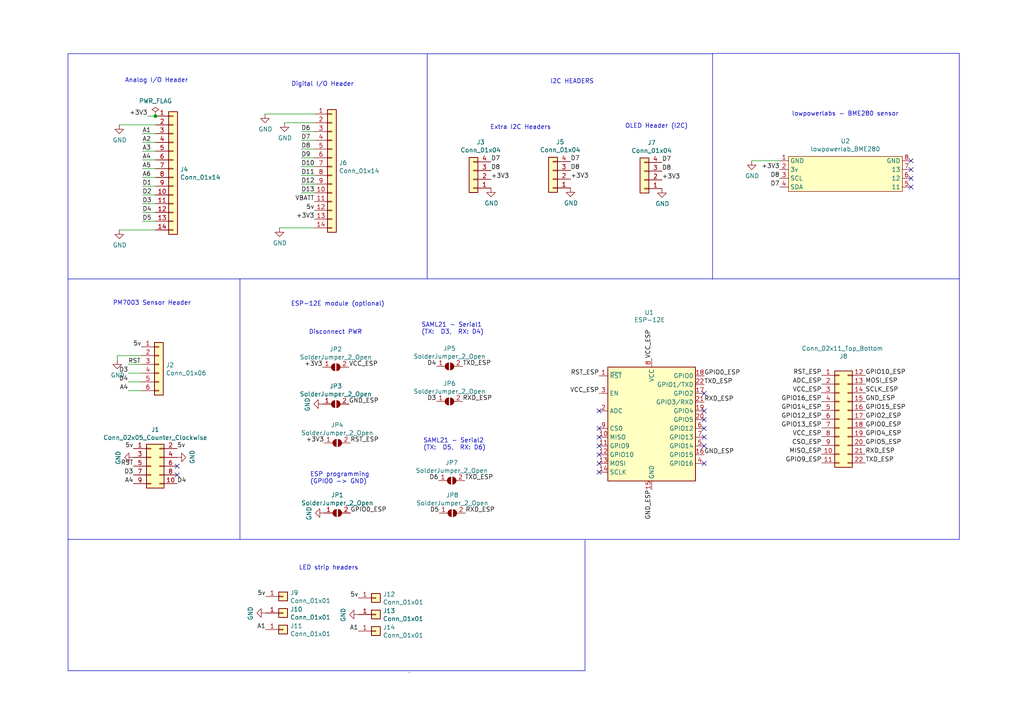
<source format=kicad_sch>
(kicad_sch (version 20230121) (generator eeschema)
  (paper "A4")
  (title_block (title "librelab::Big Dot") (date "2023-03-12") (rev "v1.3") (company "librelab") (comment 1 "License: CERN OHL-S v2, see AUTHORS and LICENSE files for details"))
  (lib_symbols
    (symbol "Connector_Generic:Conn_01x01" (pin_names (offset 1.016) hide)
      (property "Reference" "J" (at 0 2.54 0))
      (property "Value" "Conn_01x01" (at 0 -2.54 0))
      (symbol "Conn_01x01_1_1"
        (rectangle (start -1.27 0.127) (end 0 -0.127) (stroke (width 0.1524)))
        (rectangle (start -1.27 1.27) (end 1.27 -1.27) (stroke (width 0.254)) (fill (type background)))
        (pin passive line (at -5.08 0 0) (length 3.81) (name "Pin_1") (number "1"))
      )
    )
    (symbol "Connector_Generic:Conn_01x04" (pin_names (offset 1.016) hide)
      (property "Reference" "J" (at 0 5.08 0))
      (property "Value" "Conn_01x04" (at 0 -7.62 0))
      (symbol "Conn_01x04_1_1"
        (rectangle (start -1.27 -4.953) (end 0 -5.207) (stroke (width 0.1524)))
        (rectangle (start -1.27 -2.413) (end 0 -2.667) (stroke (width 0.1524)))
        (rectangle (start -1.27 0.127) (end 0 -0.127) (stroke (width 0.1524)))
        (rectangle (start -1.27 2.667) (end 0 2.413) (stroke (width 0.1524)))
        (rectangle (start -1.27 3.81) (end 1.27 -6.35) (stroke (width 0.254)) (fill (type background)))
        (pin passive line (at -5.08 2.54 0) (length 3.81) (name "Pin_1") (number "1"))
        (pin passive line (at -5.08 0 0) (length 3.81) (name "Pin_2") (number "2"))
        (pin passive line (at -5.08 -2.54 0) (length 3.81) (name "Pin_3") (number "3"))
        (pin passive line (at -5.08 -5.08 0) (length 3.81) (name "Pin_4") (number "4"))
      )
    )
    (symbol "Connector_Generic:Conn_01x06" (pin_names (offset 1.016) hide)
      (property "Reference" "J" (at 0 7.62 0))
      (property "Value" "Conn_01x06" (at 0 -10.16 0))
      (symbol "Conn_01x06_1_1"
        (rectangle (start -1.27 -7.493) (end 0 -7.747) (stroke (width 0.1524)))
        (rectangle (start -1.27 -4.953) (end 0 -5.207) (stroke (width 0.1524)))
        (rectangle (start -1.27 -2.413) (end 0 -2.667) (stroke (width 0.1524)))
        (rectangle (start -1.27 0.127) (end 0 -0.127) (stroke (width 0.1524)))
        (rectangle (start -1.27 2.667) (end 0 2.413) (stroke (width 0.1524)))
        (rectangle (start -1.27 5.207) (end 0 4.953) (stroke (width 0.1524)))
        (rectangle (start -1.27 6.35) (end 1.27 -8.89) (stroke (width 0.254)) (fill (type background)))
        (pin passive line (at -5.08 5.08 0) (length 3.81) (name "Pin_1") (number "1"))
        (pin passive line (at -5.08 2.54 0) (length 3.81) (name "Pin_2") (number "2"))
        (pin passive line (at -5.08 0 0) (length 3.81) (name "Pin_3") (number "3"))
        (pin passive line (at -5.08 -2.54 0) (length 3.81) (name "Pin_4") (number "4"))
        (pin passive line (at -5.08 -5.08 0) (length 3.81) (name "Pin_5") (number "5"))
        (pin passive line (at -5.08 -7.62 0) (length 3.81) (name "Pin_6") (number "6"))
      )
    )
    (symbol "Connector_Generic:Conn_01x14" (pin_names (offset 1.016) hide)
      (property "Reference" "J" (at 0 17.78 0))
      (property "Value" "Conn_01x14" (at 0 -20.32 0))
      (symbol "Conn_01x14_1_1"
        (rectangle (start -1.27 -17.653) (end 0 -17.907) (stroke (width 0.1524)))
        (rectangle (start -1.27 -15.113) (end 0 -15.367) (stroke (width 0.1524)))
        (rectangle (start -1.27 -12.573) (end 0 -12.827) (stroke (width 0.1524)))
        (rectangle (start -1.27 -10.033) (end 0 -10.287) (stroke (width 0.1524)))
        (rectangle (start -1.27 -7.493) (end 0 -7.747) (stroke (width 0.1524)))
        (rectangle (start -1.27 -4.953) (end 0 -5.207) (stroke (width 0.1524)))
        (rectangle (start -1.27 -2.413) (end 0 -2.667) (stroke (width 0.1524)))
        (rectangle (start -1.27 0.127) (end 0 -0.127) (stroke (width 0.1524)))
        (rectangle (start -1.27 2.667) (end 0 2.413) (stroke (width 0.1524)))
        (rectangle (start -1.27 5.207) (end 0 4.953) (stroke (width 0.1524)))
        (rectangle (start -1.27 7.747) (end 0 7.493) (stroke (width 0.1524)))
        (rectangle (start -1.27 10.287) (end 0 10.033) (stroke (width 0.1524)))
        (rectangle (start -1.27 12.827) (end 0 12.573) (stroke (width 0.1524)))
        (rectangle (start -1.27 15.367) (end 0 15.113) (stroke (width 0.1524)))
        (rectangle (start -1.27 16.51) (end 1.27 -19.05) (stroke (width 0.254)) (fill (type background)))
        (pin passive line (at -5.08 15.24 0) (length 3.81) (name "Pin_1") (number "1"))
        (pin passive line (at -5.08 -7.62 0) (length 3.81) (name "Pin_10") (number "10"))
        (pin passive line (at -5.08 -10.16 0) (length 3.81) (name "Pin_11") (number "11"))
        (pin passive line (at -5.08 -12.7 0) (length 3.81) (name "Pin_12") (number "12"))
        (pin passive line (at -5.08 -15.24 0) (length 3.81) (name "Pin_13") (number "13"))
        (pin passive line (at -5.08 -17.78 0) (length 3.81) (name "Pin_14") (number "14"))
        (pin passive line (at -5.08 12.7 0) (length 3.81) (name "Pin_2") (number "2"))
        (pin passive line (at -5.08 10.16 0) (length 3.81) (name "Pin_3") (number "3"))
        (pin passive line (at -5.08 7.62 0) (length 3.81) (name "Pin_4") (number "4"))
        (pin passive line (at -5.08 5.08 0) (length 3.81) (name "Pin_5") (number "5"))
        (pin passive line (at -5.08 2.54 0) (length 3.81) (name "Pin_6") (number "6"))
        (pin passive line (at -5.08 0 0) (length 3.81) (name "Pin_7") (number "7"))
        (pin passive line (at -5.08 -2.54 0) (length 3.81) (name "Pin_8") (number "8"))
        (pin passive line (at -5.08 -5.08 0) (length 3.81) (name "Pin_9") (number "9"))
      )
    )
    (symbol "Connector_Generic:Conn_02x05_Odd_Even" (pin_names (offset 1.016) hide)
      (property "Reference" "J" (at 1.27 7.62 0))
      (property "Value" "Conn_02x05_Odd_Even" (at 1.27 -7.62 0))
      (symbol "Conn_02x05_Odd_Even_1_1"
        (rectangle (start -1.27 -4.953) (end 0 -5.207) (stroke (width 0.1524)))
        (rectangle (start -1.27 -2.413) (end 0 -2.667) (stroke (width 0.1524)))
        (rectangle (start -1.27 0.127) (end 0 -0.127) (stroke (width 0.1524)))
        (rectangle (start -1.27 2.667) (end 0 2.413) (stroke (width 0.1524)))
        (rectangle (start -1.27 5.207) (end 0 4.953) (stroke (width 0.1524)))
        (rectangle (start -1.27 6.35) (end 3.81 -6.35) (stroke (width 0.254)) (fill (type background)))
        (rectangle (start 3.81 -4.953) (end 2.54 -5.207) (stroke (width 0.1524)))
        (rectangle (start 3.81 -2.413) (end 2.54 -2.667) (stroke (width 0.1524)))
        (rectangle (start 3.81 0.127) (end 2.54 -0.127) (stroke (width 0.1524)))
        (rectangle (start 3.81 2.667) (end 2.54 2.413) (stroke (width 0.1524)))
        (rectangle (start 3.81 5.207) (end 2.54 4.953) (stroke (width 0.1524)))
        (pin passive line (at -5.08 5.08 0) (length 3.81) (name "Pin_1") (number "1"))
        (pin passive line (at 7.62 -5.08 180) (length 3.81) (name "Pin_10") (number "10"))
        (pin passive line (at 7.62 5.08 180) (length 3.81) (name "Pin_2") (number "2"))
        (pin passive line (at -5.08 2.54 0) (length 3.81) (name "Pin_3") (number "3"))
        (pin passive line (at 7.62 2.54 180) (length 3.81) (name "Pin_4") (number "4"))
        (pin passive line (at -5.08 0 0) (length 3.81) (name "Pin_5") (number "5"))
        (pin passive line (at 7.62 0 180) (length 3.81) (name "Pin_6") (number "6"))
        (pin passive line (at -5.08 -2.54 0) (length 3.81) (name "Pin_7") (number "7"))
        (pin passive line (at 7.62 -2.54 180) (length 3.81) (name "Pin_8") (number "8"))
        (pin passive line (at -5.08 -5.08 0) (length 3.81) (name "Pin_9") (number "9"))
      )
    )
    (symbol "Connector_Generic:Conn_02x11_Top_Bottom" (pin_names (offset 1.016) hide)
      (property "Reference" "J" (at 1.27 15.24 0))
      (property "Value" "Conn_02x11_Top_Bottom" (at 1.27 -15.24 0))
      (symbol "Conn_02x11_Top_Bottom_1_1"
        (rectangle (start -1.27 -12.573) (end 0 -12.827) (stroke (width 0.1524)))
        (rectangle (start -1.27 -10.033) (end 0 -10.287) (stroke (width 0.1524)))
        (rectangle (start -1.27 -7.493) (end 0 -7.747) (stroke (width 0.1524)))
        (rectangle (start -1.27 -4.953) (end 0 -5.207) (stroke (width 0.1524)))
        (rectangle (start -1.27 -2.413) (end 0 -2.667) (stroke (width 0.1524)))
        (rectangle (start -1.27 0.127) (end 0 -0.127) (stroke (width 0.1524)))
        (rectangle (start -1.27 2.667) (end 0 2.413) (stroke (width 0.1524)))
        (rectangle (start -1.27 5.207) (end 0 4.953) (stroke (width 0.1524)))
        (rectangle (start -1.27 7.747) (end 0 7.493) (stroke (width 0.1524)))
        (rectangle (start -1.27 10.287) (end 0 10.033) (stroke (width 0.1524)))
        (rectangle (start -1.27 12.827) (end 0 12.573) (stroke (width 0.1524)))
        (rectangle (start -1.27 13.97) (end 3.81 -13.97) (stroke (width 0.254)) (fill (type background)))
        (rectangle (start 3.81 -12.573) (end 2.54 -12.827) (stroke (width 0.1524)))
        (rectangle (start 3.81 -10.033) (end 2.54 -10.287) (stroke (width 0.1524)))
        (rectangle (start 3.81 -7.493) (end 2.54 -7.747) (stroke (width 0.1524)))
        (rectangle (start 3.81 -4.953) (end 2.54 -5.207) (stroke (width 0.1524)))
        (rectangle (start 3.81 -2.413) (end 2.54 -2.667) (stroke (width 0.1524)))
        (rectangle (start 3.81 0.127) (end 2.54 -0.127) (stroke (width 0.1524)))
        (rectangle (start 3.81 2.667) (end 2.54 2.413) (stroke (width 0.1524)))
        (rectangle (start 3.81 5.207) (end 2.54 4.953) (stroke (width 0.1524)))
        (rectangle (start 3.81 7.747) (end 2.54 7.493) (stroke (width 0.1524)))
        (rectangle (start 3.81 10.287) (end 2.54 10.033) (stroke (width 0.1524)))
        (rectangle (start 3.81 12.827) (end 2.54 12.573) (stroke (width 0.1524)))
        (pin passive line (at -5.08 12.7 0) (length 3.81) (name "Pin_1") (number "1"))
        (pin passive line (at -5.08 -10.16 0) (length 3.81) (name "Pin_10") (number "10"))
        (pin passive line (at -5.08 -12.7 0) (length 3.81) (name "Pin_11") (number "11"))
        (pin passive line (at 7.62 12.7 180) (length 3.81) (name "Pin_12") (number "12"))
        (pin passive line (at 7.62 10.16 180) (length 3.81) (name "Pin_13") (number "13"))
        (pin passive line (at 7.62 7.62 180) (length 3.81) (name "Pin_14") (number "14"))
        (pin passive line (at 7.62 5.08 180) (length 3.81) (name "Pin_15") (number "15"))
        (pin passive line (at 7.62 2.54 180) (length 3.81) (name "Pin_16") (number "16"))
        (pin passive line (at 7.62 0 180) (length 3.81) (name "Pin_17") (number "17"))
        (pin passive line (at 7.62 -2.54 180) (length 3.81) (name "Pin_18") (number "18"))
        (pin passive line (at 7.62 -5.08 180) (length 3.81) (name "Pin_19") (number "19"))
        (pin passive line (at -5.08 10.16 0) (length 3.81) (name "Pin_2") (number "2"))
        (pin passive line (at 7.62 -7.62 180) (length 3.81) (name "Pin_20") (number "20"))
        (pin passive line (at 7.62 -10.16 180) (length 3.81) (name "Pin_21") (number "21"))
        (pin passive line (at 7.62 -12.7 180) (length 3.81) (name "Pin_22") (number "22"))
        (pin passive line (at -5.08 7.62 0) (length 3.81) (name "Pin_3") (number "3"))
        (pin passive line (at -5.08 5.08 0) (length 3.81) (name "Pin_4") (number "4"))
        (pin passive line (at -5.08 2.54 0) (length 3.81) (name "Pin_5") (number "5"))
        (pin passive line (at -5.08 0 0) (length 3.81) (name "Pin_6") (number "6"))
        (pin passive line (at -5.08 -2.54 0) (length 3.81) (name "Pin_7") (number "7"))
        (pin passive line (at -5.08 -5.08 0) (length 3.81) (name "Pin_8") (number "8"))
        (pin passive line (at -5.08 -7.62 0) (length 3.81) (name "Pin_9") (number "9"))
      )
    )
    (symbol "Jumper:SolderJumper_2_Open" (pin_names (offset 0) hide)
      (property "Reference" "JP" (at 0 2.032 0))
      (property "Value" "SolderJumper_2_Open" (at 0 -2.54 0))
      (symbol "SolderJumper_2_Open_0_1"
        (arc (start -0.254 1.016) (mid -1.2656 0) (end -0.254 -1.016))
        (arc (start -0.254 1.016) (mid -1.2656 0) (end -0.254 -1.016) (fill (type outline)))
        (polyline (pts (xy -0.254 1.016) (xy -0.254 -1.016)))
        (polyline (pts (xy 0.254 1.016) (xy 0.254 -1.016)))
        (arc (start 0.254 -1.016) (mid 1.2656 0) (end 0.254 1.016))
        (arc (start 0.254 -1.016) (mid 1.2656 0) (end 0.254 1.016) (fill (type outline)))
      )
      (symbol "SolderJumper_2_Open_1_1"
        (pin passive line (at -3.81 0 0) (length 2.54) (name "A") (number "1"))
        (pin passive line (at 3.81 0 180) (length 2.54) (name "B") (number "2"))
      )
    )
    (symbol "RF_Module:ESP-12E"
      (property "Reference" "U" (at -12.7 19.05 0))
      (property "Value" "ESP-12E" (at 12.7 19.05 0))
      (symbol "ESP-12E_0_1"
        (rectangle (start -12.7 17.78) (end 12.7 -15.24) (stroke (width 0.254)) (fill (type background)))
      )
      (symbol "ESP-12E_1_1"
        (pin input line (at -15.24 15.24 0) (length 2.54) (name "~{RST}") (number "1"))
        (pin bidirectional line (at -15.24 -2.54 0) (length 2.54) (name "MISO") (number "10"))
        (pin bidirectional line (at -15.24 -5.08 0) (length 2.54) (name "GPIO9") (number "11"))
        (pin bidirectional line (at -15.24 -7.62 0) (length 2.54) (name "GPIO10") (number "12"))
        (pin bidirectional line (at -15.24 -10.16 0) (length 2.54) (name "MOSI") (number "13"))
        (pin bidirectional line (at -15.24 -12.7 0) (length 2.54) (name "SCLK") (number "14"))
        (pin power_in line (at 0 -17.78 90) (length 2.54) (name "GND") (number "15"))
        (pin bidirectional line (at 15.24 -7.62 180) (length 2.54) (name "GPIO15") (number "16"))
        (pin bidirectional line (at 15.24 10.16 180) (length 2.54) (name "GPIO2") (number "17"))
        (pin bidirectional line (at 15.24 15.24 180) (length 2.54) (name "GPIO0") (number "18"))
        (pin bidirectional line (at 15.24 5.08 180) (length 2.54) (name "GPIO4") (number "19"))
        (pin input line (at -15.24 5.08 0) (length 2.54) (name "ADC") (number "2"))
        (pin bidirectional line (at 15.24 2.54 180) (length 2.54) (name "GPIO5") (number "20"))
        (pin bidirectional line (at 15.24 7.62 180) (length 2.54) (name "GPIO3/RXD") (number "21"))
        (pin bidirectional line (at 15.24 12.7 180) (length 2.54) (name "GPIO1/TXD") (number "22"))
        (pin input line (at -15.24 10.16 0) (length 2.54) (name "EN") (number "3"))
        (pin bidirectional line (at 15.24 -10.16 180) (length 2.54) (name "GPIO16") (number "4"))
        (pin bidirectional line (at 15.24 -5.08 180) (length 2.54) (name "GPIO14") (number "5"))
        (pin bidirectional line (at 15.24 0 180) (length 2.54) (name "GPIO12") (number "6"))
        (pin bidirectional line (at 15.24 -2.54 180) (length 2.54) (name "GPIO13") (number "7"))
        (pin power_in line (at 0 20.32 270) (length 2.54) (name "VCC") (number "8"))
        (pin input line (at -15.24 0 0) (length 2.54) (name "CS0") (number "9"))
      )
    )
    (symbol "power:GND" (power) (pin_names (offset 0))
      (property "Value" "GND" (at 0 -3.81 0))
      (symbol "GND_0_1"
        (polyline (pts (xy 0 0) (xy 0 -1.27) (xy 1.27 -1.27) (xy 0 -2.54) (xy -1.27 -1.27) (xy 0 -1.27)))
      )
      (symbol "GND_1_1"
        (pin power_in line (at 0 0 270) (length 0) hide (name "GND") (number "1"))
      )
    )
    (symbol "power:PWR_FLAG" (power) (pin_numbers hide) (pin_names (offset 0) hide)
      (property "Value" "PWR_FLAG" (at 0 3.81 0))
      (symbol "PWR_FLAG_0_0"
        (pin power_out line (at 0 0 90) (length 0) (name "pwr") (number "1"))
      )
      (symbol "PWR_FLAG_0_1"
        (polyline (pts (xy 0 0) (xy 0 1.27) (xy -1.016 1.905) (xy 0 2.54) (xy 1.016 1.905) (xy 0 1.27)))
      )
    )
    (symbol "wifi_shield-rescue:lowpowerlab_BME680-Sensor"
      (property "Reference" "U" (at 0 -1.27 0))
      (property "Value" "Sensor_lowpowerlab_BME680" (at 0 1.27 0))
      (symbol "lowpowerlab_BME680-Sensor_0_1"
        (rectangle (start 16.51 -13.97) (end -16.51 -3.81) (fill (type background)))
      )
      (symbol "lowpowerlab_BME680-Sensor_1_1"
        (pin bidirectional line (at -19.05 -5.08 0) (length 2.54) (name "GND") (number "1"))
        (pin power_in line (at -19.05 -7.62 0) (length 2.54) (name "3v") (number "2"))
        (pin bidirectional line (at -19.05 -10.16 0) (length 2.54) (name "SCL") (number "3"))
        (pin bidirectional line (at -19.05 -12.7 0) (length 2.54) (name "SDA") (number "4"))
        (pin bidirectional line (at 19.05 -12.7 180) (length 2.54) (name "11") (number "5"))
        (pin bidirectional line (at 19.05 -10.16 180) (length 2.54) (name "12") (number "6"))
        (pin bidirectional line (at 19.05 -7.62 180) (length 2.54) (name "13") (number "7"))
        (pin bidirectional line (at 19.05 -5.08 180) (length 2.54) (name "GND") (number "8"))
      )
    )
  )
  (junction (at 45.085 33.6804))
  (no_connect (at 173.7614 124.2568))
  (no_connect (at 173.7614 131.8768))
  (no_connect (at 173.7614 136.9568))
  (no_connect (at 204.2414 129.3368))
  (no_connect (at 204.2414 121.7168))
  (no_connect (at 264.2362 49.1744))
  (no_connect (at 264.2362 54.2544))
  (no_connect (at 204.2414 126.7968))
  (no_connect (at 204.2414 134.4168))
  (no_connect (at 204.2414 119.1768))
  (no_connect (at 173.7614 126.7968))
  (no_connect (at 51.3842 137.7442))
  (no_connect (at 51.3842 135.2042))
  (no_connect (at 264.2362 51.7144))
  (no_connect (at 173.7614 129.3368))
  (no_connect (at 173.7614 119.1768))
  (no_connect (at 173.7614 134.4168))
  (no_connect (at 264.2362 46.6344))
  (no_connect (at 204.2414 114.0968))
  (no_connect (at 204.2414 124.2568))
  (polyline (pts (xy 19.7358 80.899) (xy 19.7358 156.4386)))
  (wire (pts (xy 45.1104 51.4604) (xy 41.3004 51.4604)))
  (wire (pts (xy 45.1104 46.3804) (xy 41.3004 46.3804)))
  (wire (pts (xy 45.085 33.6804) (xy 42.799 33.6804)))
  (wire (pts (xy 226.1362 46.6344) (xy 218.0336 46.6344)))
  (wire (pts (xy 87.376 55.9308) (xy 91.186 55.9308)))
  (polyline (pts (xy 19.7104 80.8482) (xy 19.7104 15.5702)))
  (wire (pts (xy 45.1104 41.3004) (xy 41.3004 41.3004)))
  (polyline (pts (xy 278.257 80.8736) (xy 69.596 80.8736)))
  (polyline (pts (xy 19.7358 194.5386) (xy 169.672 194.5386)))
  (wire (pts (xy 81.0514 66.0908) (xy 91.186 66.0908)))
  (polyline (pts (xy 19.7358 156.4386) (xy 69.5452 156.4386)))
  (polyline (pts (xy 278.257 156.4386) (xy 278.257 80.8736)))
  (polyline (pts (xy 19.7358 156.464) (xy 19.7358 194.5386)))
  (wire (pts (xy 41.3004 59.0804) (xy 45.1104 59.0804)))
  (wire (pts (xy 34.5948 66.7004) (xy 45.1104 66.7004)))
  (wire (pts (xy 41.3004 54.0004) (xy 45.1104 54.0004)))
  (polyline (pts (xy 278.2316 15.494) (xy 206.6544 15.494)))
  (wire (pts (xy 87.376 53.3908) (xy 91.186 53.3908)))
  (wire (pts (xy 41.3004 64.1604) (xy 45.1104 64.1604)))
  (wire (pts (xy 41.3004 56.5404) (xy 45.1104 56.5404)))
  (polyline (pts (xy 69.596 80.899) (xy 19.7358 80.899)))
  (polyline (pts (xy 123.9012 15.5702) (xy 123.9012 80.899)))
  (polyline (pts (xy 206.6798 15.5956) (xy 206.6798 80.9752)))
  (polyline (pts (xy 169.672 194.5386) (xy 169.672 156.6672)))
  (wire (pts (xy 82.55 35.6108) (xy 91.186 35.6108)))
  (polyline (pts (xy 278.2316 80.7974) (xy 278.2316 15.494)))
  (wire (pts (xy 87.376 43.2308) (xy 91.186 43.2308)))
  (polyline (pts (xy 69.596 80.8736) (xy 69.596 156.4386)))
  (wire (pts (xy 41.3004 61.6204) (xy 45.1104 61.6204)))
  (wire (pts (xy 34.0106 103.1494) (xy 34.0106 104.4194)))
  (wire (pts (xy 40.9956 113.3094) (xy 37.1856 113.3094)))
  (wire (pts (xy 87.376 50.8508) (xy 91.186 50.8508)))
  (wire (pts (xy 87.376 40.6908) (xy 91.186 40.6908)))
  (wire (pts (xy 87.376 38.1508) (xy 91.186 38.1508)))
  (polyline (pts (xy 123.952 15.5956) (xy 206.6798 15.5956)))
  (wire (pts (xy 45.1104 48.9204) (xy 41.3004 48.9204)))
  (wire (pts (xy 87.376 48.3108) (xy 91.186 48.3108)))
  (wire (pts (xy 45.1104 33.6804) (xy 45.085 33.6804)))
  (wire (pts (xy 34.5948 36.2204) (xy 45.1104 36.2204)))
  (wire (pts (xy 82.55 35.6108) (xy 82.5246 35.6362)))
  (wire (pts (xy 45.1104 43.8404) (xy 41.3004 43.8404)))
  (wire (pts (xy 40.9956 105.6894) (xy 37.1856 105.6894)))
  (wire (pts (xy 76.8604 33.0708) (xy 91.186 33.0708)))
  (wire (pts (xy 40.9956 103.1494) (xy 34.0106 103.1494)))
  (polyline (pts (xy 69.596 156.4386) (xy 278.2316 156.4386)))
  (polyline (pts (xy 19.7104 15.5702) (xy 123.9012 15.5702)))
  (wire (pts (xy 87.376 45.7708) (xy 91.186 45.7708)))
  (wire (pts (xy 41.3004 38.7604) (xy 45.1104 38.7604)))
  (wire (pts (xy 40.9956 108.2294) (xy 37.1856 108.2294)))
  (polyline (pts (xy 118.6688 195.1228) (xy 118.6688 194.9958)))
  (wire (pts (xy 40.9956 110.7694) (xy 37.1856 110.7694)))
  (text "PM7003 Sensor Header" (at 32.7152 88.7222 0) (effects (font (size 1.27 1.27)) (justify left bottom)))
  (text "OLED Header (I2C)" (at 181.2798 37.3888 0) (effects (font (size 1.27 1.27)) (justify left bottom)))
  (text "ESP-12E module (optional)" (at 84.3534 88.9762 0) (effects (font (size 1.27 1.27)) (justify left bottom)))
  (text "lowpowerlabs - BME280 sensor" (at 229.6414 33.8582 0) (effects (font (size 1.27 1.27)) (justify left bottom)))
  (text "LED strip headers" (at 86.6648 165.5064 0) (effects (font (size 1.27 1.27)) (justify left bottom)))
  (text "SAML21 - Serial2\n(TX:  D5,  RX: D6)" (at 122.7582 130.683 0) (effects (font (size 1.27 1.27)) (justify left bottom)))
  (text "Analog I/O Header" (at 36.2204 24.13 0) (effects (font (size 1.27 1.27)) (justify left bottom)))
  (text "I2C HEADERS" (at 159.5628 24.4602 0) (effects (font (size 1.27 1.27)) (justify left bottom)))
  (text "SAML21 - Serial1\n(TX:  D3,  RX: D4) " (at 122.1994 97.1296 0) (effects (font (size 1.27 1.27)) (justify left bottom)))
  (text "Disconnect PWR" (at 89.5604 97.155 0) (effects (font (size 1.27 1.27)) (justify left bottom)))
  (text "ESP programming \n(GPIO0 -> GND)" (at 89.916 140.4874 0) (effects (font (size 1.27 1.27)) (justify left bottom)))
  (text "Extra I2C Headers" (at 142.1638 37.7444 0) (effects (font (size 1.27 1.27)) (justify left bottom)))
  (text "Digital I/O Header" (at 84.4804 25.2222 0) (effects (font (size 1.27 1.27)) (justify left bottom)))
  (label "A4" (at 41.3004 46.3804 0))
  (label "GPIO9_ESP" (at 238.3028 134.2644 180))
  (label "D10" (at 87.376 48.3108 0))
  (label "VCC_ESP" (at 189.0014 103.9368 90))
  (label "D12" (at 87.376 53.3908 0))
  (label "D2" (at 41.3004 56.5404 0))
  (label "A4" (at 37.1856 113.3094 180))
  (label "GPIO14_ESP" (at 238.3028 119.0244 180))
  (label "VBATT" (at 91.186 58.4708 180))
  (label "+3V3" (at 94.0054 128.4732 180))
  (label "A1" (at 77.0382 182.6006 180))
  (label "D7" (at 165.481 46.8884 0))
  (label "D9" (at 87.376 45.7708 0))
  (label "D3" (at 41.3004 59.0804 0))
  (label "D7" (at 142.4178 46.9392 0))
  (label "D5" (at 127.381 148.8186 180))
  (label "5v" (at 91.186 61.0108 180))
  (label "D6" (at 127.2032 139.3952 180))
  (label "GPIO16_ESP" (at 238.3028 116.4844 180))
  (label "D6" (at 87.376 38.1508 0))
  (label "+3V3" (at 91.186 63.5508 180))
  (label "D3" (at 37.1856 108.2294 180))
  (label "GPIO10_ESP" (at 251.0028 108.8644 0))
  (label "VCC_ESP" (at 238.3028 126.6444 180))
  (label "5v" (at 40.9956 100.6094 180))
  (label "D8" (at 226.1362 51.7144 180))
  (label "GPIO5_ESP" (at 251.0028 129.1844 0))
  (label "D8" (at 191.9986 49.6316 0))
  (label "RST_ESP" (at 238.3028 108.8644 180))
  (label "GND_ESP" (at 189.0014 142.0368 270))
  (label "RXD_ESP" (at 134.1882 116.4336 0))
  (label "VCC_ESP" (at 101.1936 106.5022 0))
  (label "RST" (at 37.1856 105.6894 0))
  (label "+3V3" (at 42.799 33.6804 180))
  (label "A1" (at 103.9368 183.0324 180))
  (label "+3V3" (at 191.9986 52.1716 0))
  (label "RXD_ESP" (at 204.2414 116.6368 0))
  (label "GND_ESP" (at 251.0028 116.4844 0))
  (label "RXD_ESP" (at 135.001 148.8186 0))
  (label "TXD_ESP" (at 251.0028 134.2644 0))
  (label "GPIO0_ESP" (at 204.2414 109.0168 0))
  (label "RST" (at 38.6842 135.2042 180))
  (label "D13" (at 87.376 55.9308 0))
  (label "GPIO4_ESP" (at 251.0028 126.6444 0))
  (label "D1" (at 41.3004 54.0004 0))
  (label "GPIO12_ESP" (at 238.3028 121.5644 180))
  (label "GPIO0_ESP" (at 251.0028 124.1044 0))
  (label "A5" (at 41.3004 48.9204 0))
  (label "RST_ESP" (at 101.6254 128.4732 0))
  (label "D11" (at 87.376 50.8508 0))
  (label "5v" (at 77.0382 172.9994 180))
  (label "A3" (at 41.3004 43.8404 0))
  (label "GPIO0_ESP" (at 101.6508 148.7932 0))
  (label "+3V3" (at 165.481 51.9684 0))
  (label "MISO_ESP" (at 238.3028 131.7244 180))
  (label "+3V3" (at 226.1362 49.1744 180))
  (label "D8" (at 165.481 49.4284 0))
  (label "GPIO2_ESP" (at 251.0028 121.5644 0))
  (label "MOSI_ESP" (at 251.0028 111.4044 0))
  (label "A2" (at 41.3004 41.3004 0))
  (label "VCC_ESP" (at 173.7614 114.0968 180))
  (label "TXD_ESP" (at 134.1882 106.2736 0))
  (label "RXD_ESP" (at 251.0028 131.7244 0))
  (label "ADC_ESP" (at 238.3028 111.4044 180))
  (label "+3V3" (at 93.5736 106.5022 180))
  (label "VCC_ESP" (at 238.3028 113.9444 180))
  (label "5v" (at 38.6842 130.1242 180))
  (label "D8" (at 142.4178 49.4792 0))
  (label "+3V3" (at 142.4178 52.0192 0))
  (label "GPIO15_ESP" (at 251.0028 119.0244 0))
  (label "A4" (at 38.6842 140.2842 180))
  (label "D5" (at 41.3004 64.1604 0))
  (label "GND_ESP" (at 101.1936 117.1956 0))
  (label "SCLK_ESP" (at 251.0028 113.9444 0))
  (label "D4" (at 41.3004 61.6204 0))
  (label "D4" (at 51.3842 140.2842 0))
  (label "5v" (at 103.9368 173.4312 180))
  (label "GPIO13_ESP" (at 238.3028 124.1044 180))
  (label "GND_ESP" (at 204.2414 131.8768 0))
  (label "D7" (at 191.9986 47.0916 0))
  (label "A1" (at 41.3004 38.7604 0))
  (label "D7" (at 226.1362 54.2544 180))
  (label "A6" (at 41.3004 51.4604 0))
  (label "D8" (at 87.376 43.2308 0))
  (label "D4" (at 126.5682 106.2736 180))
  (label "D4" (at 37.1856 110.7694 180))
  (label "D3" (at 38.6842 137.7442 180))
  (label "CSO_ESP" (at 238.3028 129.1844 180))
  (label "TXD_ESP" (at 134.8232 139.3952 0))
  (label "D7" (at 87.376 40.6908 0))
  (label "5v" (at 51.3842 130.1242 0))
  (label "TXD_ESP" (at 204.2414 111.5568 0))
  (label "D3" (at 126.5682 116.4336 180))
  (label "RST_ESP" (at 173.7614 109.0168 180))
  (symbol (lib_id "Connector_Generic:Conn_01x14") (at 50.1904 48.9204 0) (unit 1)
    (property "Reference" "J4" (at 52.2224 49.1236 0) (effects (justify left)))
    (property "Value" "Conn_01x14" (at 52.2224 51.435 0) (effects (justify left)))
    (property "Footprint" "Connector_PinHeader_2.54mm:PinHeader_1x14_P2.54mm_Vertical" (effects hide))
  )
  (symbol (lib_id "Connector_Generic:Conn_01x14") (at 96.266 48.3108 0) (unit 1)
    (property "Reference" "J6" (at 98.298 47.244 0) (effects (justify left)))
    (property "Value" "Conn_01x14" (at 98.298 49.5554 0) (effects (justify left)))
    (property "Footprint" "Connector_PinHeader_2.54mm:PinHeader_1x14_P2.54mm_Vertical" (effects hide))
  )
  (symbol (lib_id "power:GND") (at 34.5948 66.7004 0) (unit 1)
    (property "Reference" "#PWR0112" (effects hide))
    (property "Value" "GND" (at 34.7218 71.0946 0))
  )
  (symbol (lib_id "Connector_Generic:Conn_01x06") (at 46.0756 105.6894 0) (unit 1)
    (property "Reference" "J2" (at 48.1076 105.8926 0) (effects (justify left)))
    (property "Value" "Conn_01x06" (at 48.1076 108.204 0) (effects (justify left)))
    (property "Footprint" "Connector_PinHeader_2.54mm:PinHeader_1x06_P2.54mm_Vertical" (effects hide))
  )
  (symbol (lib_id "power:GND") (at 34.0106 104.4194 0) (unit 1)
    (property "Reference" "#PWR0103" (effects hide))
    (property "Value" "GND" (at 34.1376 108.8136 0))
  )
  (symbol (lib_id "power:GND") (at 34.5948 36.2204 0) (unit 1)
    (property "Reference" "#PWR0113" (effects hide))
    (property "Value" "GND" (at 34.7218 40.6146 0))
  )
  (symbol (lib_id "power:GND") (at 81.0514 66.0908 0) (unit 1)
    (property "Reference" "#PWR0114" (effects hide))
    (property "Value" "GND" (at 81.1784 70.485 0))
  )
  (symbol (lib_id "RF_Module:ESP-12E") (at 189.0014 124.2568 0) (unit 1)
    (property "Reference" "U1" (at 188.2902 90.6526 0))
    (property "Value" "ESP-12E" (at 188.4172 92.7862 0))
    (property "Footprint" "RF_Module:ESP-12E" (effects hide))
    (property "Datasheet" "http://wiki.ai-thinker.com/_media/esp8266/esp8266_series_modules_user_manual_v1.1.pdf" (effects hide))
  )
  (symbol (lib_id "Connector_Generic:Conn_02x11_Top_Bottom") (at 243.3828 121.5644 0) (unit 1)
    (property "Reference" "J8" (at 244.6528 103.3526 0))
    (property "Value" "Conn_02x11_Top_Bottom" (at 244.3226 101.0666 0))
    (property "Footprint" "Connector_PinHeader_2.54mm:PinHeader_2x11_P2.54mm_Vertical" (effects hide))
  )
  (symbol (lib_id "wifi_shield-rescue:lowpowerlab_BME680-Sensor") (at 245.1862 41.5544 0) (unit 1)
    (property "Reference" "U2" (at 245.1862 40.9194 0))
    (property "Value" "lowpowerlab_BME280" (at 245.1862 43.2308 0))
    (property "Footprint" "lowpowerlab-BME680:LowPowerLab_BME680" (effects hide))
  )
  (symbol (lib_id "power:GND") (at 218.0336 46.6344 0) (unit 1)
    (property "Reference" "#PWR010" (effects hide))
    (property "Value" "GND" (at 218.1606 51.0286 0))
  )
  (symbol (lib_id "Connector_Generic:Conn_01x04") (at 137.3378 52.0192 180) (unit 1)
    (property "Reference" "J3" (at 139.4206 41.2242 0))
    (property "Value" "Conn_01x04" (at 139.4206 43.5356 0))
    (property "Footprint" "Connector_PinHeader_2.54mm:PinHeader_1x04_P2.54mm_Vertical" (effects hide))
  )
  (symbol (lib_id "power:GND") (at 142.4178 54.5592 0) (unit 1)
    (property "Reference" "#PWR07" (effects hide))
    (property "Value" "GND" (at 142.5448 58.9534 0))
  )
  (symbol (lib_id "Connector_Generic:Conn_01x04") (at 160.401 51.9684 180) (unit 1)
    (property "Reference" "J5" (at 162.4838 41.1734 0))
    (property "Value" "Conn_01x04" (at 162.4838 43.4848 0))
    (property "Footprint" "Connector_PinHeader_2.54mm:PinHeader_1x04_P2.54mm_Vertical" (effects hide))
  )
  (symbol (lib_id "power:GND") (at 165.481 54.5084 0) (unit 1)
    (property "Reference" "#PWR08" (effects hide))
    (property "Value" "GND" (at 165.608 58.9026 0))
  )
  (symbol (lib_id "power:GND") (at 76.8604 33.0708 0) (unit 1)
    (property "Reference" "#PWR03" (effects hide))
    (property "Value" "GND" (at 76.9874 37.465 0))
  )
  (symbol (lib_id "power:GND") (at 82.5246 35.6362 0) (unit 1)
    (property "Reference" "#PWR04" (effects hide))
    (property "Value" "GND" (at 82.6516 40.0304 0))
  )
  (symbol (lib_id "Connector_Generic:Conn_01x04") (at 186.9186 52.1716 180) (unit 1)
    (property "Reference" "J7" (at 189.0014 41.3766 0))
    (property "Value" "Conn_01x04" (at 189.0014 43.688 0))
    (property "Footprint" "Connector_PinHeader_2.54mm:PinHeader_1x04_P2.54mm_Vertical" (effects hide))
  )
  (symbol (lib_id "power:GND") (at 191.9986 54.7116 0) (unit 1)
    (property "Reference" "#PWR09" (effects hide))
    (property "Value" "GND" (at 192.1256 59.1058 0))
  )
  (symbol (lib_id "Connector_Generic:Conn_02x05_Odd_Even") (at 43.7642 135.2042 0) (unit 1)
    (property "Reference" "J1" (at 45.0342 124.6124 0))
    (property "Value" "Conn_02x05_Counter_Clockwise" (at 45.0342 126.9238 0))
    (property "Footprint" "Connector_PinHeader_1.27mm:PinHeader_2x05_P1.27mm_Vertical" (effects hide))
  )
  (symbol (lib_id "power:GND") (at 38.6842 132.6642 270) (unit 1)
    (property "Reference" "#PWR01" (effects hide))
    (property "Value" "GND" (at 34.29 132.7912 0))
  )
  (symbol (lib_id "power:GND") (at 51.3842 132.6642 90) (unit 1)
    (property "Reference" "#PWR02" (effects hide))
    (property "Value" "GND" (at 55.7784 132.5372 0))
  )
  (symbol (lib_id "Jumper:SolderJumper_2_Open") (at 130.3782 116.4336 0) (unit 1)
    (property "Reference" "JP6" (at 130.3782 111.2266 0))
    (property "Value" "SolderJumper_2_Open" (at 130.3782 113.538 0))
    (property "Footprint" "Jumper:SolderJumper-2_P1.3mm_Open_RoundedPad1.0x1.5mm" (effects hide))
  )
  (symbol (lib_id "Jumper:SolderJumper_2_Open") (at 131.0132 139.3952 0) (unit 1)
    (property "Reference" "JP7" (at 131.0132 134.1882 0))
    (property "Value" "SolderJumper_2_Open" (at 131.0132 136.4996 0))
    (property "Footprint" "Jumper:SolderJumper-2_P1.3mm_Open_RoundedPad1.0x1.5mm" (effects hide))
  )
  (symbol (lib_id "Jumper:SolderJumper_2_Open") (at 130.3782 106.2736 0) (unit 1)
    (property "Reference" "JP5" (at 130.3782 101.0666 0))
    (property "Value" "SolderJumper_2_Open" (at 130.3782 103.378 0))
    (property "Footprint" "Jumper:SolderJumper-2_P1.3mm_Open_RoundedPad1.0x1.5mm" (effects hide))
  )
  (symbol (lib_id "Jumper:SolderJumper_2_Open") (at 131.191 148.8186 0) (unit 1)
    (property "Reference" "JP8" (at 131.191 143.6116 0))
    (property "Value" "SolderJumper_2_Open" (at 131.191 145.923 0))
    (property "Footprint" "Jumper:SolderJumper-2_P1.3mm_Open_RoundedPad1.0x1.5mm" (effects hide))
  )
  (symbol (lib_id "Jumper:SolderJumper_2_Open") (at 97.3836 106.5022 0) (unit 1)
    (property "Reference" "JP2" (at 97.3836 101.2952 0))
    (property "Value" "SolderJumper_2_Open" (at 97.3836 103.6066 0))
    (property "Footprint" "Jumper:SolderJumper-2_P1.3mm_Open_RoundedPad1.0x1.5mm" (effects hide))
  )
  (symbol (lib_id "Jumper:SolderJumper_2_Open") (at 97.3836 117.1956 0) (unit 1)
    (property "Reference" "JP3" (at 97.3836 111.9886 0))
    (property "Value" "SolderJumper_2_Open" (at 97.3836 114.3 0))
    (property "Footprint" "Jumper:SolderJumper-2_P1.3mm_Open_RoundedPad1.0x1.5mm" (effects hide))
  )
  (symbol (lib_id "power:GND") (at 93.5736 117.1956 270) (unit 1)
    (property "Reference" "#PWR06" (effects hide))
    (property "Value" "GND" (at 89.1794 117.3226 0))
  )
  (symbol (lib_id "Jumper:SolderJumper_2_Open") (at 97.8154 128.4732 0) (unit 1)
    (property "Reference" "JP4" (at 97.8154 123.2662 0))
    (property "Value" "SolderJumper_2_Open" (at 97.8154 125.5776 0))
    (property "Footprint" "Jumper:SolderJumper-2_P1.3mm_Open_RoundedPad1.0x1.5mm" (effects hide))
  )
  (symbol (lib_id "Jumper:SolderJumper_2_Open") (at 97.8408 148.7932 0) (unit 1)
    (property "Reference" "JP1" (at 97.8408 143.5862 0))
    (property "Value" "SolderJumper_2_Open" (at 97.8408 145.8976 0))
    (property "Footprint" "Jumper:SolderJumper-2_P1.3mm_Open_RoundedPad1.0x1.5mm" (effects hide))
  )
  (symbol (lib_id "power:GND") (at 94.0308 148.7932 270) (unit 1)
    (property "Reference" "#PWR05" (effects hide))
    (property "Value" "GND" (at 89.6366 148.9202 0))
  )
  (symbol (lib_id "power:PWR_FLAG") (at 45.085 33.6804 0) (unit 1)
    (property "Reference" "#FLG0101" (effects hide))
    (property "Value" "PWR_FLAG" (at 45.085 29.2862 0))
  )
  (symbol (lib_id "Connector_Generic:Conn_01x01") (at 82.1182 172.9994 0) (unit 1)
    (property "Reference" "J9" (at 84.1502 171.9326 0) (effects (justify left)))
    (property "Value" "Conn_01x01" (at 84.1502 174.244 0) (effects (justify left)))
    (property "Footprint" "Connector_PinHeader_2.54mm:PinHeader_1x01_P2.54mm_Vertical" (effects hide))
  )
  (symbol (lib_id "Connector_Generic:Conn_01x01") (at 82.1182 177.8 0) (unit 1)
    (property "Reference" "J10" (at 84.1502 176.7332 0) (effects (justify left)))
    (property "Value" "Conn_01x01" (at 84.1502 179.0446 0) (effects (justify left)))
    (property "Footprint" "Connector_PinHeader_2.54mm:PinHeader_1x01_P2.54mm_Vertical" (effects hide))
  )
  (symbol (lib_id "Connector_Generic:Conn_01x01") (at 82.1182 182.6006 0) (unit 1)
    (property "Reference" "J11" (at 84.1502 181.5338 0) (effects (justify left)))
    (property "Value" "Conn_01x01" (at 84.1502 183.8452 0) (effects (justify left)))
    (property "Footprint" "Connector_PinHeader_2.54mm:PinHeader_1x01_P2.54mm_Vertical" (effects hide))
  )
  (symbol (lib_id "power:GND") (at 77.0382 177.8 270) (unit 1)
    (property "Reference" "#PWR011" (effects hide))
    (property "Value" "GND" (at 72.644 177.927 0))
  )
  (symbol (lib_id "Connector_Generic:Conn_01x01") (at 109.0168 173.4312 0) (unit 1)
    (property "Reference" "J12" (at 111.0488 172.3644 0) (effects (justify left)))
    (property "Value" "Conn_01x01" (at 111.0488 174.6758 0) (effects (justify left)))
    (property "Footprint" "Connector_PinHeader_2.54mm:PinHeader_1x01_P2.54mm_Vertical" (effects hide))
  )
  (symbol (lib_id "Connector_Generic:Conn_01x01") (at 109.0168 178.2318 0) (unit 1)
    (property "Reference" "J13" (at 111.0488 177.165 0) (effects (justify left)))
    (property "Value" "Conn_01x01" (at 111.0488 179.4764 0) (effects (justify left)))
    (property "Footprint" "Connector_PinHeader_2.54mm:PinHeader_1x01_P2.54mm_Vertical" (effects hide))
  )
  (symbol (lib_id "Connector_Generic:Conn_01x01") (at 109.0168 183.0324 0) (unit 1)
    (property "Reference" "J14" (at 111.0488 181.9656 0) (effects (justify left)))
    (property "Value" "Conn_01x01" (at 111.0488 184.277 0) (effects (justify left)))
    (property "Footprint" "Connector_PinHeader_2.54mm:PinHeader_1x01_P2.54mm_Vertical" (effects hide))
  )
  (symbol (lib_id "power:GND") (at 103.9368 178.2318 270) (unit 1)
    (property "Reference" "#PWR012" (effects hide))
    (property "Value" "GND" (at 99.5426 178.3588 0))
  )
)
</source>
